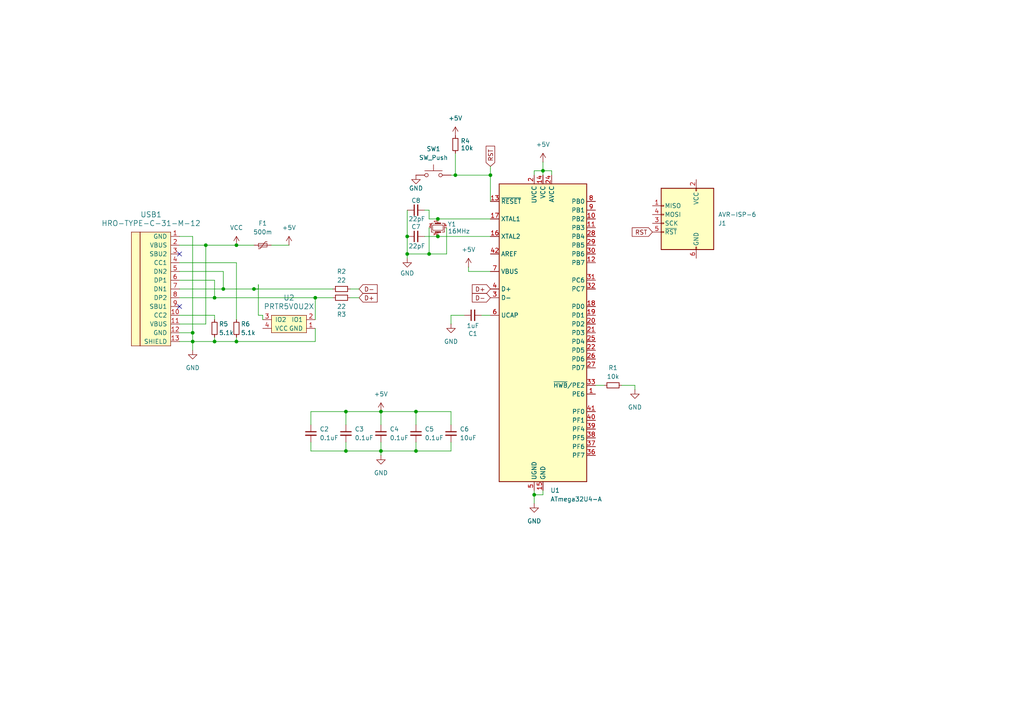
<source format=kicad_sch>
(kicad_sch (version 20250114) (generator "eeschema") (generator_version "9.0")
  (paper "A4")
  (lib_symbols
    (symbol "Connector:AVR-ISP-6" (pin_names (offset 1.016))
      (property "Reference" "J" (at -6.35 11.43 0))
      (property "Value" "AVR-ISP-6" (at 0 11.43 0))
      (symbol "AVR-ISP-6_0_1"
        (rectangle (start -2.667 10.16) (end -2.413 9.398))
        (rectangle (start -2.667 -6.858) (end -2.413 -7.62))
        (rectangle (start 7.62 10.16) (end -7.62 -7.62) (stroke (width 0.254)) (fill (type background)))
        (rectangle (start 7.62 5.207) (end 6.858 4.953))
        (rectangle (start 7.62 2.667) (end 6.858 2.413))
        (rectangle (start 7.62 0.127) (end 6.858 -0.127))
        (rectangle (start 7.62 -2.413) (end 6.858 -2.667))
      )
      (symbol "AVR-ISP-6_1_1"
        (pin passive line (at -2.54 12.7 270) (length 2.54) (name "VCC") (number "2"))
        (pin passive line (at -2.54 -10.16 90) (length 2.54) (name "GND") (number "6"))
        (pin passive line (at 10.16 5.08 180) (length 2.54) (name "MISO") (number "1"))
        (pin passive line (at 10.16 2.54 180) (length 2.54) (name "MOSI") (number "4"))
        (pin passive line (at 10.16 0 180) (length 2.54) (name "SCK") (number "3"))
        (pin passive line (at 10.16 -2.54 180) (length 2.54) (name "~{RST}") (number "5"))
      )
    )
    (symbol "Device:C_Small" (pin_numbers (hide yes)) (pin_names (offset 0.254) (hide yes))
      (property "Reference" "C" (at 0.254 1.778 0))
      (property "Value" "C_Small" (at 0.254 -2.032 0))
      (symbol "C_Small_0_1"
        (polyline (pts (xy -1.524 0.508) (xy 1.524 0.508)) (stroke (width 0.3048)))
        (polyline (pts (xy -1.524 -0.508) (xy 1.524 -0.508)) (stroke (width 0.3302)))
      )
      (symbol "C_Small_1_1"
        (pin passive line (at 0 2.54 270) (length 2.032) (name "~") (number "1"))
        (pin passive line (at 0 -2.54 90) (length 2.032) (name "~") (number "2"))
      )
    )
    (symbol "Device:Crystal_GND24_Small" (pin_names (offset 1.016) (hide yes))
      (property "Reference" "Y" (at 1.27 4.445 0))
      (property "Value" "Crystal_GND24_Small" (at 1.27 2.54 0))
      (symbol "Crystal_GND24_Small_0_1"
        (polyline (pts (xy -1.27 1.27) (xy -1.27 1.905) (xy 1.27 1.905) (xy 1.27 1.27)))
        (polyline (pts (xy -1.27 -0.762) (xy -1.27 0.762)) (stroke (width 0.381)))
        (polyline (pts (xy -1.27 -1.27) (xy -1.27 -1.905) (xy 1.27 -1.905) (xy 1.27 -1.27)))
        (rectangle (start -0.762 -1.524) (end 0.762 1.524))
        (polyline (pts (xy 1.27 -0.762) (xy 1.27 0.762)) (stroke (width 0.381)))
      )
      (symbol "Crystal_GND24_Small_1_1"
        (pin passive line (at -2.54 0 0) (length 1.27) (name "1") (number "1"))
        (pin passive line (at 0 2.54 270) (length 0.635) (name "4") (number "4"))
        (pin passive line (at 0 -2.54 90) (length 0.635) (name "2") (number "2"))
        (pin passive line (at 2.54 0 180) (length 1.27) (name "3") (number "3"))
      )
    )
    (symbol "Device:Polyfuse_Small" (pin_numbers (hide yes)) (pin_names (offset 0))
      (property "Reference" "F" (at -1.905 0 90))
      (property "Value" "Polyfuse_Small" (at 1.905 0 90))
      (symbol "Polyfuse_Small_0_1"
        (polyline (pts (xy -1.016 1.27) (xy -1.016 0.762) (xy 1.016 -0.762) (xy 1.016 -1.27)))
        (rectangle (start -0.508 1.27) (end 0.508 -1.27))
        (polyline (pts (xy 0 2.54) (xy 0 -2.54)))
      )
      (symbol "Polyfuse_Small_1_1"
        (pin passive line (at 0 2.54 270) (length 0.635) (name "~") (number "1"))
        (pin passive line (at 0 -2.54 90) (length 0.635) (name "~") (number "2"))
      )
    )
    (symbol "Device:R_Small" (pin_numbers (hide yes)) (pin_names (offset 0.254) (hide yes))
      (property "Reference" "R" (at 0.762 0.508 0))
      (property "Value" "R_Small" (at 0.762 -1.016 0))
      (symbol "R_Small_0_1"
        (rectangle (start -0.762 1.778) (end 0.762 -1.778) (stroke (width 0.2032)))
      )
      (symbol "R_Small_1_1"
        (pin passive line (at 0 2.54 270) (length 0.762) (name "~") (number "1"))
        (pin passive line (at 0 -2.54 90) (length 0.762) (name "~") (number "2"))
      )
    )
    (symbol "MCU_Microchip_ATmega:ATmega32U4-A"
      (property "Reference" "U" (at -12.7 44.45 0))
      (property "Value" "ATmega32U4-A" (at 2.54 -44.45 0))
      (symbol "ATmega32U4-A_0_1"
        (rectangle (start -12.7 -43.18) (end 12.7 43.18) (stroke (width 0.254)) (fill (type background)))
      )
      (symbol "ATmega32U4-A_1_1"
        (pin input line (at -15.24 38.1 0) (length 2.54) (name "~{RESET}") (number "13"))
        (pin input line (at -15.24 33.02 0) (length 2.54) (name "XTAL1") (number "17"))
        (pin output line (at -15.24 27.94 0) (length 2.54) (name "XTAL2") (number "16"))
        (pin passive line (at -15.24 22.86 0) (length 2.54) (name "AREF") (number "42"))
        (pin input line (at -15.24 17.78 0) (length 2.54) (name "VBUS") (number "7"))
        (pin bidirectional line (at -15.24 12.7 0) (length 2.54) (name "D+") (number "4"))
        (pin bidirectional line (at -15.24 10.16 0) (length 2.54) (name "D-") (number "3"))
        (pin passive line (at -15.24 5.08 0) (length 2.54) (name "UCAP") (number "6"))
        (pin power_in line (at -2.54 45.72 270) (length 2.54) (name "UVCC") (number "2"))
        (pin passive line (at -2.54 -45.72 90) (length 2.54) (name "UGND") (number "5"))
        (pin power_in line (at 0 45.72 270) (length 2.54) (name "VCC") (number "14"))
        (pin passive line (at 0 45.72 270) (length 2.54) (hide yes) (name "VCC") (number "34"))
        (pin power_in line (at 0 -45.72 90) (length 2.54) (name "GND") (number "15"))
        (pin passive line (at 0 -45.72 90) (length 2.54) (hide yes) (name "GND") (number "23"))
        (pin passive line (at 0 -45.72 90) (length 2.54) (hide yes) (name "GND") (number "35"))
        (pin passive line (at 0 -45.72 90) (length 2.54) (hide yes) (name "GND") (number "43"))
        (pin power_in line (at 2.54 45.72 270) (length 2.54) (name "AVCC") (number "24"))
        (pin passive line (at 2.54 45.72 270) (length 2.54) (hide yes) (name "AVCC") (number "44"))
        (pin bidirectional line (at 15.24 38.1 180) (length 2.54) (name "PB0") (number "8"))
        (pin bidirectional line (at 15.24 35.56 180) (length 2.54) (name "PB1") (number "9"))
        (pin bidirectional line (at 15.24 33.02 180) (length 2.54) (name "PB2") (number "10"))
        (pin bidirectional line (at 15.24 30.48 180) (length 2.54) (name "PB3") (number "11"))
        (pin bidirectional line (at 15.24 27.94 180) (length 2.54) (name "PB4") (number "28"))
        (pin bidirectional line (at 15.24 25.4 180) (length 2.54) (name "PB5") (number "29"))
        (pin bidirectional line (at 15.24 22.86 180) (length 2.54) (name "PB6") (number "30"))
        (pin bidirectional line (at 15.24 20.32 180) (length 2.54) (name "PB7") (number "12"))
        (pin bidirectional line (at 15.24 15.24 180) (length 2.54) (name "PC6") (number "31"))
        (pin bidirectional line (at 15.24 12.7 180) (length 2.54) (name "PC7") (number "32"))
        (pin bidirectional line (at 15.24 7.62 180) (length 2.54) (name "PD0") (number "18"))
        (pin bidirectional line (at 15.24 5.08 180) (length 2.54) (name "PD1") (number "19"))
        (pin bidirectional line (at 15.24 2.54 180) (length 2.54) (name "PD2") (number "20"))
        (pin bidirectional line (at 15.24 0 180) (length 2.54) (name "PD3") (number "21"))
        (pin bidirectional line (at 15.24 -2.54 180) (length 2.54) (name "PD4") (number "25"))
        (pin bidirectional line (at 15.24 -5.08 180) (length 2.54) (name "PD5") (number "22"))
        (pin bidirectional line (at 15.24 -7.62 180) (length 2.54) (name "PD6") (number "26"))
        (pin bidirectional line (at 15.24 -10.16 180) (length 2.54) (name "PD7") (number "27"))
        (pin bidirectional line (at 15.24 -15.24 180) (length 2.54) (name "~{HWB}/PE2") (number "33"))
        (pin bidirectional line (at 15.24 -17.78 180) (length 2.54) (name "PE6") (number "1"))
        (pin bidirectional line (at 15.24 -22.86 180) (length 2.54) (name "PF0") (number "41"))
        (pin bidirectional line (at 15.24 -25.4 180) (length 2.54) (name "PF1") (number "40"))
        (pin bidirectional line (at 15.24 -27.94 180) (length 2.54) (name "PF4") (number "39"))
        (pin bidirectional line (at 15.24 -30.48 180) (length 2.54) (name "PF5") (number "38"))
        (pin bidirectional line (at 15.24 -33.02 180) (length 2.54) (name "PF6") (number "37"))
        (pin bidirectional line (at 15.24 -35.56 180) (length 2.54) (name "PF7") (number "36"))
      )
    )
    (symbol "Switch:SW_Push" (pin_numbers (hide yes)) (pin_names (offset 1.016) (hide yes))
      (property "Reference" "SW" (at 1.27 2.54 0))
      (property "Value" "SW_Push" (at 0 -1.524 0))
      (symbol "SW_Push_0_1"
        (circle (center -2.032 0) (radius 0.508))
        (polyline (pts (xy 0 1.27) (xy 0 3.048)))
        (circle (center 2.032 0) (radius 0.508))
        (polyline (pts (xy 2.54 1.27) (xy -2.54 1.27)))
        (pin passive line (at -5.08 0 0) (length 2.54) (name "1") (number "1"))
        (pin passive line (at 5.08 0 180) (length 2.54) (name "2") (number "2"))
      )
    )
    (symbol "Type-C:HRO-TYPE-C-31-M-12" (pin_names (offset 1.016))
      (property "Reference" "USB" (at -5.08 16.51 0))
      (property "Value" "HRO-TYPE-C-31-M-12" (at -10.16 -1.27 90))
      (symbol "HRO-TYPE-C-31-M-12_0_1"
        (rectangle (start -11.43 15.24) (end -8.89 -17.78) (fill (type background)))
        (rectangle (start 0 -17.78) (end -8.89 15.24) (fill (type background)))
      )
      (symbol "HRO-TYPE-C-31-M-12_1_1"
        (pin input line (at 2.54 13.97 180) (length 2.54) (name "GND") (number "1"))
        (pin input line (at 2.54 11.43 180) (length 2.54) (name "VBUS") (number "2"))
        (pin input line (at 2.54 8.89 180) (length 2.54) (name "SBU2") (number "3"))
        (pin input line (at 2.54 6.35 180) (length 2.54) (name "CC1") (number "4"))
        (pin input line (at 2.54 3.81 180) (length 2.54) (name "DN2") (number "5"))
        (pin input line (at 2.54 1.27 180) (length 2.54) (name "DP1") (number "6"))
        (pin input line (at 2.54 -1.27 180) (length 2.54) (name "DN1") (number "7"))
        (pin input line (at 2.54 -3.81 180) (length 2.54) (name "DP2") (number "8"))
        (pin input line (at 2.54 -6.35 180) (length 2.54) (name "SBU1") (number "9"))
        (pin input line (at 2.54 -8.89 180) (length 2.54) (name "CC2") (number "10"))
        (pin input line (at 2.54 -11.43 180) (length 2.54) (name "VBUS") (number "11"))
        (pin input line (at 2.54 -13.97 180) (length 2.54) (name "GND") (number "12"))
        (pin input line (at 2.54 -16.51 180) (length 2.54) (name "SHIELD") (number "13"))
      )
    )
    (symbol "power:+5V" (power) (pin_numbers (hide yes)) (pin_names (offset 0) (hide yes))
      (property "Value" "+5V" (at 0 3.556 0))
      (symbol "+5V_0_1"
        (polyline (pts (xy -0.762 1.27) (xy 0 2.54)))
        (polyline (pts (xy 0 2.54) (xy 0.762 1.27)))
        (polyline (pts (xy 0 0) (xy 0 2.54)))
      )
      (symbol "+5V_1_1"
        (pin power_in line (at 0 0 90) (length 0) (name "~") (number "1"))
      )
    )
    (symbol "power:GND" (power) (pin_numbers (hide yes)) (pin_names (offset 0) (hide yes))
      (property "Value" "GND" (at 0 -3.81 0))
      (symbol "GND_0_1"
        (polyline (pts (xy 0 0) (xy 0 -1.27) (xy 1.27 -1.27) (xy 0 -2.54) (xy -1.27 -1.27) (xy 0 -1.27)))
      )
      (symbol "GND_1_1"
        (pin power_in line (at 0 0 270) (length 0) (name "~") (number "1"))
      )
    )
    (symbol "power:VCC" (power) (pin_numbers (hide yes)) (pin_names (offset 0) (hide yes))
      (property "Value" "VCC" (at 0 3.556 0))
      (symbol "VCC_0_1"
        (polyline (pts (xy -0.762 1.27) (xy 0 2.54)))
        (polyline (pts (xy 0 2.54) (xy 0.762 1.27)))
        (polyline (pts (xy 0 0) (xy 0 2.54)))
      )
      (symbol "VCC_1_1"
        (pin power_in line (at 0 0 90) (length 0) (name "~") (number "1"))
      )
    )
    (symbol "random-keyboard-parts:PRTR5V0U2X" (pin_names (offset 1.016))
      (property "Reference" "U" (at 0 3.81 0))
      (property "Value" "PRTR5V0U2X" (at 0 -3.81 0))
      (symbol "PRTR5V0U2X_0_1"
        (rectangle (start -5.08 2.54) (end 5.08 -2.54) (fill (type background)))
      )
      (symbol "PRTR5V0U2X_1_1"
        (pin input line (at -7.62 1.27 0) (length 2.54) (name "GND") (number "1"))
        (pin input line (at -7.62 -1.27 0) (length 2.54) (name "IO1") (number "2"))
        (pin input line (at 7.62 1.27 180) (length 2.54) (name "VCC") (number "4"))
        (pin input line (at 7.62 -1.27 180) (length 2.54) (name "IO2") (number "3"))
      )
    )
  )
  (junction (at 100.33 130.81))
  (junction (at 120.65 130.81))
  (junction (at 127 63.5))
  (junction (at 91.44 86.36))
  (junction (at 64.77 83.82))
  (junction (at 157.48 49.53))
  (junction (at 110.49 130.81))
  (junction (at 124.46 73.66))
  (junction (at 118.11 68.58))
  (junction (at 118.11 73.66))
  (junction (at 100.33 119.38))
  (junction (at 62.23 86.36))
  (junction (at 73.66 83.82))
  (junction (at 59.69 71.12))
  (junction (at 68.58 99.06))
  (junction (at 154.94 143.51))
  (junction (at 55.88 99.06))
  (junction (at 110.49 119.38))
  (junction (at 127 68.58))
  (junction (at 62.23 99.06))
  (junction (at 68.58 71.12))
  (junction (at 132.08 50.8))
  (junction (at 142.24 50.8))
  (junction (at 55.88 96.52))
  (junction (at 120.65 119.38))
  (no_connect (at 52.07 73.66))
  (no_connect (at 52.07 88.9))
  (wire (pts (xy 68.58 97.79) (xy 68.58 99.06)))
  (wire (pts (xy 100.33 128.27) (xy 100.33 130.81)))
  (wire (pts (xy 154.94 49.53) (xy 154.94 50.8)))
  (wire (pts (xy 90.17 119.38) (xy 90.17 123.19)))
  (wire (pts (xy 129.54 66.04) (xy 129.54 73.66)))
  (wire (pts (xy 123.19 60.96) (xy 124.46 60.96)))
  (wire (pts (xy 62.23 81.28) (xy 62.23 86.36)))
  (wire (pts (xy 110.49 128.27) (xy 110.49 130.81)))
  (wire (pts (xy 73.66 83.82) (xy 96.52 83.82)))
  (wire (pts (xy 110.49 130.81) (xy 120.65 130.81)))
  (wire (pts (xy 142.24 48.26) (xy 142.24 50.8)))
  (wire (pts (xy 68.58 71.12) (xy 73.66 71.12)))
  (wire (pts (xy 62.23 86.36) (xy 91.44 86.36)))
  (wire (pts (xy 129.54 73.66) (xy 124.46 73.66)))
  (wire (pts (xy 135.89 77.47) (xy 135.89 78.74)))
  (wire (pts (xy 127 68.58) (xy 142.24 68.58)))
  (wire (pts (xy 124.46 73.66) (xy 118.11 73.66)))
  (wire (pts (xy 100.33 119.38) (xy 110.49 119.38)))
  (wire (pts (xy 124.46 63.5) (xy 127 63.5)))
  (wire (pts (xy 135.89 78.74) (xy 142.24 78.74)))
  (wire (pts (xy 127 63.5) (xy 142.24 63.5)))
  (wire (pts (xy 68.58 76.2) (xy 68.58 92.71)))
  (wire (pts (xy 90.17 128.27) (xy 90.17 130.81)))
  (wire (pts (xy 132.08 50.8) (xy 142.24 50.8)))
  (wire (pts (xy 64.77 78.74) (xy 64.77 83.82)))
  (wire (pts (xy 180.34 111.76) (xy 184.15 111.76)))
  (wire (pts (xy 130.81 91.44) (xy 134.62 91.44)))
  (wire (pts (xy 130.81 91.44) (xy 130.81 93.98)))
  (wire (pts (xy 52.07 83.82) (xy 64.77 83.82)))
  (wire (pts (xy 68.58 99.06) (xy 62.23 99.06)))
  (wire (pts (xy 101.6 86.36) (xy 104.14 86.36)))
  (wire (pts (xy 157.48 46.99) (xy 157.48 49.53)))
  (wire (pts (xy 154.94 146.05) (xy 154.94 143.51)))
  (wire (pts (xy 110.49 119.38) (xy 110.49 123.19)))
  (wire (pts (xy 130.81 119.38) (xy 130.81 123.19)))
  (wire (pts (xy 62.23 99.06) (xy 62.23 97.79)))
  (wire (pts (xy 124.46 60.96) (xy 124.46 63.5)))
  (wire (pts (xy 154.94 143.51) (xy 157.48 143.51)))
  (wire (pts (xy 74.93 83.82) (xy 73.66 83.82)))
  (wire (pts (xy 120.65 119.38) (xy 130.81 119.38)))
  (wire (pts (xy 101.6 83.82) (xy 104.14 83.82)))
  (wire (pts (xy 59.69 71.12) (xy 68.58 71.12)))
  (wire (pts (xy 157.48 49.53) (xy 154.94 49.53)))
  (wire (pts (xy 55.88 101.6) (xy 55.88 99.06)))
  (wire (pts (xy 130.81 50.8) (xy 132.08 50.8)))
  (wire (pts (xy 118.11 74.93) (xy 118.11 73.66)))
  (wire (pts (xy 100.33 123.19) (xy 100.33 119.38)))
  (wire (pts (xy 124.46 66.04) (xy 124.46 73.66)))
  (wire (pts (xy 160.02 49.53) (xy 160.02 50.8)))
  (wire (pts (xy 100.33 130.81) (xy 110.49 130.81)))
  (wire (pts (xy 55.88 96.52) (xy 55.88 99.06)))
  (wire (pts (xy 55.88 99.06) (xy 62.23 99.06)))
  (wire (pts (xy 132.08 44.45) (xy 132.08 50.8)))
  (wire (pts (xy 74.93 82.55) (xy 74.93 83.82)))
  (wire (pts (xy 110.49 119.38) (xy 120.65 119.38)))
  (wire (pts (xy 90.17 130.81) (xy 100.33 130.81)))
  (wire (pts (xy 52.07 76.2) (xy 68.58 76.2)))
  (wire (pts (xy 110.49 132.08) (xy 110.49 130.81)))
  (wire (pts (xy 52.07 71.12) (xy 59.69 71.12)))
  (wire (pts (xy 78.74 71.12) (xy 83.82 71.12)))
  (wire (pts (xy 52.07 93.98) (xy 59.69 93.98)))
  (wire (pts (xy 154.94 142.24) (xy 154.94 143.51)))
  (wire (pts (xy 118.11 60.96) (xy 118.11 68.58)))
  (wire (pts (xy 55.88 68.58) (xy 52.07 68.58)))
  (wire (pts (xy 91.44 86.36) (xy 96.52 86.36)))
  (wire (pts (xy 52.07 81.28) (xy 62.23 81.28)))
  (wire (pts (xy 139.7 91.44) (xy 142.24 91.44)))
  (wire (pts (xy 76.2 91.44) (xy 76.2 92.71)))
  (wire (pts (xy 59.69 93.98) (xy 59.69 71.12)))
  (wire (pts (xy 62.23 91.44) (xy 62.23 92.71)))
  (wire (pts (xy 118.11 68.58) (xy 118.11 73.66)))
  (wire (pts (xy 157.48 49.53) (xy 160.02 49.53)))
  (wire (pts (xy 91.44 92.71) (xy 91.44 86.36)))
  (wire (pts (xy 52.07 99.06) (xy 55.88 99.06)))
  (wire (pts (xy 157.48 49.53) (xy 157.48 50.8)))
  (wire (pts (xy 76.2 92.71) (xy 76.2 92.71)))
  (wire (pts (xy 52.07 78.74) (xy 64.77 78.74)))
  (wire (pts (xy 120.65 130.81) (xy 130.81 130.81)))
  (wire (pts (xy 52.07 86.36) (xy 62.23 86.36)))
  (wire (pts (xy 120.65 119.38) (xy 120.65 123.19)))
  (wire (pts (xy 130.81 130.81) (xy 130.81 128.27)))
  (wire (pts (xy 55.88 96.52) (xy 55.88 68.58)))
  (wire (pts (xy 157.48 143.51) (xy 157.48 142.24)))
  (wire (pts (xy 184.15 111.76) (xy 184.15 113.03)))
  (wire (pts (xy 74.93 91.44) (xy 74.93 82.55)))
  (wire (pts (xy 64.77 83.82) (xy 73.66 83.82)))
  (wire (pts (xy 76.2 91.44) (xy 74.93 91.44)))
  (wire (pts (xy 52.07 91.44) (xy 62.23 91.44)))
  (wire (pts (xy 100.33 119.38) (xy 90.17 119.38)))
  (wire (pts (xy 123.19 68.58) (xy 127 68.58)))
  (wire (pts (xy 91.44 99.06) (xy 68.58 99.06)))
  (wire (pts (xy 172.72 111.76) (xy 175.26 111.76)))
  (wire (pts (xy 91.44 95.25) (xy 91.44 99.06)))
  (wire (pts (xy 142.24 50.8) (xy 142.24 58.42)))
  (wire (pts (xy 120.65 128.27) (xy 120.65 130.81)))
  (wire (pts (xy 52.07 96.52) (xy 55.88 96.52)))
  (global_label "D-" (shape input) (at 104.14 83.82 0) (property "Intersheetrefs" "${INTERSHEET_REFS}" (effects (hide yes))))
  (global_label "RST" (shape input) (at 142.24 48.26 90) (property "Intersheetrefs" "${INTERSHEET_REFS}" (effects (hide yes))))
  (global_label "D-" (shape input) (at 142.24 86.36 180) (property "Intersheetrefs" "${INTERSHEET_REFS}" (effects (hide yes))))
  (global_label "D+" (shape input) (at 104.14 86.36 0) (property "Intersheetrefs" "${INTERSHEET_REFS}" (effects (hide yes))))
  (global_label "D+" (shape input) (at 142.24 83.82 180) (property "Intersheetrefs" "${INTERSHEET_REFS}" (effects (hide yes))))
  (global_label "RST" (shape input) (at 189.23 67.31 180) (property "Intersheetrefs" "${INTERSHEET_REFS}" (effects (hide yes))))
  (symbol (lib_id "power:+5V") (at 135.89 77.47 0) (unit 1)
    (property "Reference" "#PWR07" (effects (hide yes)))
    (property "Value" "+5V" (at 135.89 72.39 0))
    (property "Description" "Power symbol creates a global label with name \"+5V\"" (effects (hide yes)))
  )
  (symbol (lib_id "Device:C_Small") (at 120.65 125.73 0) (unit 1)
    (property "Reference" "C5" (at 123.19 124.4662 0) (effects (justify left)))
    (property "Value" "0.1uF" (at 123.19 127.0062 0) (effects (justify left)))
    (property "Description" "Unpolarized capacitor, small symbol" (effects (hide yes)))
  )
  (symbol (lib_id "power:GND") (at 110.49 132.08 0) (unit 1)
    (property "Reference" "#PWR06" (effects (hide yes)))
    (property "Value" "GND" (at 110.49 137.16 0))
    (property "Description" "Power symbol creates a global label with name \"GND\" , ground" (effects (hide yes)))
  )
  (symbol (lib_id "Device:R_Small") (at 68.58 95.25 0) (unit 1)
    (property "Reference" "R6" (at 69.85 93.98 0) (effects (justify left)))
    (property "Value" "5.1k" (at 69.85 96.52 0) (effects (justify left)))
    (property "Description" "Resistor, small symbol" (effects (hide yes)))
  )
  (symbol (lib_id "Device:R_Small") (at 99.06 86.36 270) (mirror x) (unit 1)
    (property "Reference" "R3" (at 99.06 91.186 90))
    (property "Value" "22" (at 99.06 88.9 90))
    (property "Description" "Resistor, small symbol" (effects (hide yes)))
  )
  (symbol (lib_id "Device:R_Small") (at 62.23 95.25 0) (unit 1)
    (property "Reference" "R5" (at 63.5 93.98 0) (effects (justify left)))
    (property "Value" "5.1k" (at 63.5 96.52 0) (effects (justify left)))
    (property "Description" "Resistor, small symbol" (effects (hide yes)))
  )
  (symbol (lib_id "power:GND") (at 184.15 113.03 0) (unit 1)
    (property "Reference" "#PWR03" (effects (hide yes)))
    (property "Value" "GND" (at 184.15 118.11 0))
    (property "Description" "Power symbol creates a global label with name \"GND\" , ground" (effects (hide yes)))
  )
  (symbol (lib_id "power:GND") (at 154.94 146.05 0) (unit 1)
    (property "Reference" "#PWR02" (effects (hide yes)))
    (property "Value" "GND" (at 154.94 151.13 0))
    (property "Description" "Power symbol creates a global label with name \"GND\" , ground" (effects (hide yes)))
  )
  (symbol (lib_id "Device:C_Small") (at 90.17 125.73 0) (unit 1)
    (property "Reference" "C2" (at 92.71 124.4662 0) (effects (justify left)))
    (property "Value" "0.1uF" (at 92.71 127.0062 0) (effects (justify left)))
    (property "Description" "Unpolarized capacitor, small symbol" (effects (hide yes)))
  )
  (symbol (lib_id "Device:C_Small") (at 137.16 91.44 90) (unit 1)
    (property "Reference" "C1" (at 137.16 96.774 90))
    (property "Value" "1uF" (at 137.16 94.488 90))
    (property "Description" "Unpolarized capacitor, small symbol" (effects (hide yes)))
  )
  (symbol (lib_id "Device:R_Small") (at 99.06 83.82 270) (mirror x) (unit 1)
    (property "Reference" "R2" (at 99.06 78.74 90))
    (property "Value" "22" (at 99.06 81.28 90))
    (property "Description" "Resistor, small symbol" (effects (hide yes)))
  )
  (symbol (lib_id "Switch:SW_Push") (at 125.73 50.8 0) (unit 1)
    (property "Reference" "SW1" (at 125.73 43.18 0))
    (property "Value" "SW_Push" (at 125.73 45.72 0))
    (property "Description" "Push button switch, generic, two pins" (effects (hide yes)))
  )
  (symbol (lib_id "power:+5V") (at 110.49 119.38 0) (unit 1)
    (property "Reference" "#PWR05" (effects (hide yes)))
    (property "Value" "+5V" (at 110.49 114.3 0))
    (property "Description" "Power symbol creates a global label with name \"+5V\"" (effects (hide yes)))
  )
  (symbol (lib_id "power:+5V") (at 132.08 39.37 0) (unit 1)
    (property "Reference" "#PWR010" (effects (hide yes)))
    (property "Value" "+5V" (at 132.08 34.29 0))
    (property "Description" "Power symbol creates a global label with name \"+5V\"" (effects (hide yes)))
  )
  (symbol (lib_id "power:GND") (at 130.81 93.98 0) (unit 1)
    (property "Reference" "#PWR04" (effects (hide yes)))
    (property "Value" "GND" (at 130.81 99.06 0))
    (property "Description" "Power symbol creates a global label with name \"GND\" , ground" (effects (hide yes)))
  )
  (symbol (lib_id "Connector:AVR-ISP-6") (at 199.39 64.77 0) (mirror y) (unit 1)
    (property "Reference" "J1" (at 208.28 64.7701 0) (effects (justify right)))
    (property "Value" "AVR-ISP-6" (at 208.28 62.2301 0) (effects (justify right)))
    (property "Description" "Atmel 6-pin ISP connector" (effects (hide yes)))
  )
  (symbol (lib_id "power:VCC") (at 68.58 71.12 0) (unit 1)
    (property "Reference" "#PWR013" (effects (hide yes)))
    (property "Value" "VCC" (at 68.58 66.04 0))
    (property "Description" "Power symbol creates a global label with name \"VCC\"" (effects (hide yes)))
  )
  (symbol (lib_id "Device:Polyfuse_Small") (at 76.2 71.12 90) (unit 1)
    (property "Reference" "F1" (at 76.2 64.77 90))
    (property "Value" "500m" (at 76.2 67.31 90))
    (property "Description" "Resettable fuse, polymeric positive temperature coefficient, small symbol" (effects (hide yes)))
  )
  (symbol (lib_id "MCU_Microchip_ATmega:ATmega32U4-A") (at 157.48 96.52 0) (unit 1)
    (property "Reference" "U1" (at 159.6233 142.24 0) (effects (justify left)))
    (property "Value" "ATmega32U4-A" (at 159.6233 144.78 0) (effects (justify left)))
    (property "Footprint" "Package_QFP:TQFP-44_10x10mm_P0.8mm" (effects (hide yes)))
    (property "Datasheet" "http://ww1.microchip.com/downloads/en/DeviceDoc/Atmel-7766-8-bit-AVR-ATmega16U4-32U4_Datasheet.pdf" (effects (hide yes)))
    (property "Description" "16MHz, 32kB Flash, 2.5kB SRAM, 1kB EEPROM, USB 2.0, TQFP-44" (effects (hide yes)))
  )
  (symbol (lib_id "Device:R_Small") (at 132.08 41.91 0) (unit 1)
    (property "Reference" "R4" (at 133.604 40.894 0) (effects (justify left)))
    (property "Value" "10k" (at 133.604 42.926 0) (effects (justify left)))
    (property "Description" "Resistor, small symbol" (effects (hide yes)))
  )
  (symbol (lib_id "Type-C:HRO-TYPE-C-31-M-12") (at 49.53 82.55 0) (unit 1)
    (property "Reference" "USB1" (at 43.815 62.23 0) (effects (font (size 1.524 1.524))))
    (property "Value" "HRO-TYPE-C-31-M-12" (at 43.815 64.77 0) (effects (font (size 1.524 1.524))))
  )
  (symbol (lib_id "power:GND") (at 120.65 50.8 0) (unit 1)
    (property "Reference" "#PWR09" (effects (hide yes)))
    (property "Value" "GND" (at 120.65 54.61 0))
    (property "Description" "Power symbol creates a global label with name \"GND\" , ground" (effects (hide yes)))
  )
  (symbol (lib_id "Device:C_Small") (at 110.49 125.73 0) (unit 1)
    (property "Reference" "C4" (at 113.03 124.4662 0) (effects (justify left)))
    (property "Value" "0.1uF" (at 113.03 127.0062 0) (effects (justify left)))
    (property "Description" "Unpolarized capacitor, small symbol" (effects (hide yes)))
  )
  (symbol (lib_id "Device:R_Small") (at 177.8 111.76 90) (unit 1)
    (property "Reference" "R1" (at 177.8 106.68 90))
    (property "Value" "10k" (at 177.8 109.22 90))
    (property "Description" "Resistor, small symbol" (effects (hide yes)))
  )
  (symbol (lib_id "Device:C_Small") (at 100.33 125.73 0) (unit 1)
    (property "Reference" "C3" (at 102.87 124.4662 0) (effects (justify left)))
    (property "Value" "0.1uF" (at 102.87 127.0062 0) (effects (justify left)))
    (property "Description" "Unpolarized capacitor, small symbol" (effects (hide yes)))
  )
  (symbol (lib_id "power:GND") (at 55.88 101.6 0) (unit 1)
    (property "Reference" "#PWR014" (effects (hide yes)))
    (property "Value" "GND" (at 55.88 106.68 0))
    (property "Description" "Power symbol creates a global label with name \"GND\" , ground" (effects (hide yes)))
  )
  (symbol (lib_id "Device:Crystal_GND24_Small") (at 127 66.04 270) (unit 1)
    (property "Reference" "Y1" (at 131.064 65.024 90))
    (property "Value" "16MHz" (at 133.096 67.056 90))
    (property "Description" "Four pin crystal, GND on pins 2 and 4, small symbol" (effects (hide yes)))
  )
  (symbol (lib_id "random-keyboard-parts:PRTR5V0U2X") (at 83.82 93.98 180) (unit 1)
    (property "Reference" "U2" (at 83.82 86.36 0) (effects (font (size 1.524 1.524))))
    (property "Value" "PRTR5V0U2X" (at 83.82 88.9 0) (effects (font (size 1.524 1.524))))
  )
  (symbol (lib_id "Device:C_Small") (at 120.65 68.58 90) (unit 1)
    (property "Reference" "C7" (at 120.65 65.786 90))
    (property "Value" "22pF" (at 120.904 71.374 90))
    (property "Description" "Unpolarized capacitor, small symbol" (effects (hide yes)))
  )
  (symbol (lib_id "Device:C_Small") (at 130.81 125.73 0) (unit 1)
    (property "Reference" "C6" (at 133.35 124.4662 0) (effects (justify left)))
    (property "Value" "10uF" (at 133.35 127.0062 0) (effects (justify left)))
    (property "Description" "Unpolarized capacitor, small symbol" (effects (hide yes)))
  )
  (symbol (lib_id "power:+5V") (at 157.48 46.99 0) (unit 1)
    (property "Reference" "#PWR01" (effects (hide yes)))
    (property "Value" "+5V" (at 157.48 41.91 0))
    (property "Description" "Power symbol creates a global label with name \"+5V\"" (effects (hide yes)))
  )
  (symbol (lib_id "power:GND") (at 118.11 74.93 0) (unit 1)
    (property "Reference" "#PWR08" (effects (hide yes)))
    (property "Value" "GND" (at 118.11 79.248 0))
    (property "Description" "Power symbol creates a global label with name \"GND\" , ground" (effects (hide yes)))
  )
  (symbol (lib_id "Device:C_Small") (at 120.65 60.96 90) (unit 1)
    (property "Reference" "C8" (at 120.65 58.166 90))
    (property "Value" "22pF" (at 120.904 63.5 90))
    (property "Description" "Unpolarized capacitor, small symbol" (effects (hide yes)))
  )
  (symbol (lib_id "power:+5V") (at 83.82 71.12 0) (unit 1)
    (property "Reference" "#PWR015" (effects (hide yes)))
    (property "Value" "+5V" (at 83.82 66.04 0))
    (property "Description" "Power symbol creates a global label with name \"+5V\"" (effects (hide yes)))
  )
)
</source>
